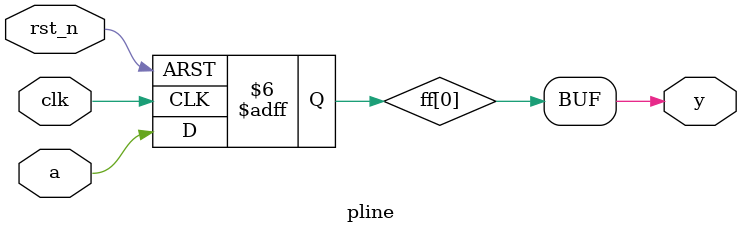
<source format=v>
module pline #(
  parameter P_WIDTH = 1,
  parameter P_DEPTH = 1,
  parameter P_DEFVAL = {P_WIDTH{1'b0}}
)
(
  ////////// inputs //////////
  input 	              clk,   // clock
  input 	              rst_n, // active low reset
  input  [P_WIDTH-1:0] a,     // input
   
  ////////// outputs //////////
  output [P_WIDTH-1:0] y
); 
         
  reg [P_WIDTH-1:0] ff[P_DEPTH-1:0];

  integer i;
  always @(posedge clk or negedge rst_n) begin
    if( !rst_n ) 
      for( i = 0; i < P_DEPTH; i=i+1 ) begin 
		   ff[i] <= P_DEFVAL;
		end
    else begin
	   ff[0] <= a;
		for( i = 1; i < P_DEPTH; i=i+1 ) begin
		  ff[i] <= ff[i-1];
		end
	 end
  end 
  
  assign y = ff[P_DEPTH-1];

endmodule // pline


   
</source>
